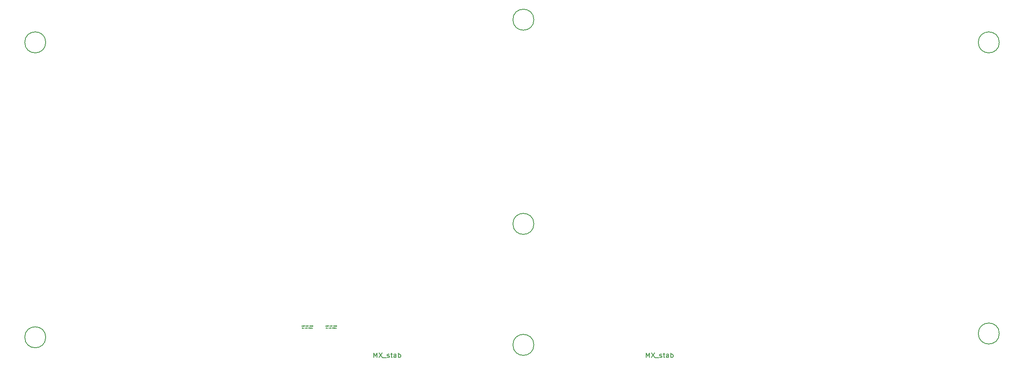
<source format=gbr>
%TF.GenerationSoftware,KiCad,Pcbnew,8.0.3*%
%TF.CreationDate,2024-09-04T21:35:23+02:00*%
%TF.ProjectId,alqaztraz,616c7161-7a74-4726-917a-2e6b69636164,rev?*%
%TF.SameCoordinates,Original*%
%TF.FileFunction,Other,Comment*%
%FSLAX46Y46*%
G04 Gerber Fmt 4.6, Leading zero omitted, Abs format (unit mm)*
G04 Created by KiCad (PCBNEW 8.0.3) date 2024-09-04 21:35:23*
%MOMM*%
%LPD*%
G01*
G04 APERTURE LIST*
%ADD10C,0.150000*%
%ADD11C,0.030000*%
G04 APERTURE END LIST*
D10*
X181364285Y-111389319D02*
X181364285Y-110389319D01*
X181364285Y-110389319D02*
X181697618Y-111103604D01*
X181697618Y-111103604D02*
X182030951Y-110389319D01*
X182030951Y-110389319D02*
X182030951Y-111389319D01*
X182411904Y-110389319D02*
X183078570Y-111389319D01*
X183078570Y-110389319D02*
X182411904Y-111389319D01*
X183221428Y-111484557D02*
X183983332Y-111484557D01*
X184173809Y-111341700D02*
X184269047Y-111389319D01*
X184269047Y-111389319D02*
X184459523Y-111389319D01*
X184459523Y-111389319D02*
X184554761Y-111341700D01*
X184554761Y-111341700D02*
X184602380Y-111246461D01*
X184602380Y-111246461D02*
X184602380Y-111198842D01*
X184602380Y-111198842D02*
X184554761Y-111103604D01*
X184554761Y-111103604D02*
X184459523Y-111055985D01*
X184459523Y-111055985D02*
X184316666Y-111055985D01*
X184316666Y-111055985D02*
X184221428Y-111008366D01*
X184221428Y-111008366D02*
X184173809Y-110913128D01*
X184173809Y-110913128D02*
X184173809Y-110865509D01*
X184173809Y-110865509D02*
X184221428Y-110770271D01*
X184221428Y-110770271D02*
X184316666Y-110722652D01*
X184316666Y-110722652D02*
X184459523Y-110722652D01*
X184459523Y-110722652D02*
X184554761Y-110770271D01*
X184888095Y-110722652D02*
X185269047Y-110722652D01*
X185030952Y-110389319D02*
X185030952Y-111246461D01*
X185030952Y-111246461D02*
X185078571Y-111341700D01*
X185078571Y-111341700D02*
X185173809Y-111389319D01*
X185173809Y-111389319D02*
X185269047Y-111389319D01*
X186030952Y-111389319D02*
X186030952Y-110865509D01*
X186030952Y-110865509D02*
X185983333Y-110770271D01*
X185983333Y-110770271D02*
X185888095Y-110722652D01*
X185888095Y-110722652D02*
X185697619Y-110722652D01*
X185697619Y-110722652D02*
X185602381Y-110770271D01*
X186030952Y-111341700D02*
X185935714Y-111389319D01*
X185935714Y-111389319D02*
X185697619Y-111389319D01*
X185697619Y-111389319D02*
X185602381Y-111341700D01*
X185602381Y-111341700D02*
X185554762Y-111246461D01*
X185554762Y-111246461D02*
X185554762Y-111151223D01*
X185554762Y-111151223D02*
X185602381Y-111055985D01*
X185602381Y-111055985D02*
X185697619Y-111008366D01*
X185697619Y-111008366D02*
X185935714Y-111008366D01*
X185935714Y-111008366D02*
X186030952Y-110960747D01*
X186507143Y-111389319D02*
X186507143Y-110389319D01*
X186507143Y-110770271D02*
X186602381Y-110722652D01*
X186602381Y-110722652D02*
X186792857Y-110722652D01*
X186792857Y-110722652D02*
X186888095Y-110770271D01*
X186888095Y-110770271D02*
X186935714Y-110817890D01*
X186935714Y-110817890D02*
X186983333Y-110913128D01*
X186983333Y-110913128D02*
X186983333Y-111198842D01*
X186983333Y-111198842D02*
X186935714Y-111294080D01*
X186935714Y-111294080D02*
X186888095Y-111341700D01*
X186888095Y-111341700D02*
X186792857Y-111389319D01*
X186792857Y-111389319D02*
X186602381Y-111389319D01*
X186602381Y-111389319D02*
X186507143Y-111341700D01*
X124214285Y-111389319D02*
X124214285Y-110389319D01*
X124214285Y-110389319D02*
X124547618Y-111103604D01*
X124547618Y-111103604D02*
X124880951Y-110389319D01*
X124880951Y-110389319D02*
X124880951Y-111389319D01*
X125261904Y-110389319D02*
X125928570Y-111389319D01*
X125928570Y-110389319D02*
X125261904Y-111389319D01*
X126071428Y-111484557D02*
X126833332Y-111484557D01*
X127023809Y-111341700D02*
X127119047Y-111389319D01*
X127119047Y-111389319D02*
X127309523Y-111389319D01*
X127309523Y-111389319D02*
X127404761Y-111341700D01*
X127404761Y-111341700D02*
X127452380Y-111246461D01*
X127452380Y-111246461D02*
X127452380Y-111198842D01*
X127452380Y-111198842D02*
X127404761Y-111103604D01*
X127404761Y-111103604D02*
X127309523Y-111055985D01*
X127309523Y-111055985D02*
X127166666Y-111055985D01*
X127166666Y-111055985D02*
X127071428Y-111008366D01*
X127071428Y-111008366D02*
X127023809Y-110913128D01*
X127023809Y-110913128D02*
X127023809Y-110865509D01*
X127023809Y-110865509D02*
X127071428Y-110770271D01*
X127071428Y-110770271D02*
X127166666Y-110722652D01*
X127166666Y-110722652D02*
X127309523Y-110722652D01*
X127309523Y-110722652D02*
X127404761Y-110770271D01*
X127738095Y-110722652D02*
X128119047Y-110722652D01*
X127880952Y-110389319D02*
X127880952Y-111246461D01*
X127880952Y-111246461D02*
X127928571Y-111341700D01*
X127928571Y-111341700D02*
X128023809Y-111389319D01*
X128023809Y-111389319D02*
X128119047Y-111389319D01*
X128880952Y-111389319D02*
X128880952Y-110865509D01*
X128880952Y-110865509D02*
X128833333Y-110770271D01*
X128833333Y-110770271D02*
X128738095Y-110722652D01*
X128738095Y-110722652D02*
X128547619Y-110722652D01*
X128547619Y-110722652D02*
X128452381Y-110770271D01*
X128880952Y-111341700D02*
X128785714Y-111389319D01*
X128785714Y-111389319D02*
X128547619Y-111389319D01*
X128547619Y-111389319D02*
X128452381Y-111341700D01*
X128452381Y-111341700D02*
X128404762Y-111246461D01*
X128404762Y-111246461D02*
X128404762Y-111151223D01*
X128404762Y-111151223D02*
X128452381Y-111055985D01*
X128452381Y-111055985D02*
X128547619Y-111008366D01*
X128547619Y-111008366D02*
X128785714Y-111008366D01*
X128785714Y-111008366D02*
X128880952Y-110960747D01*
X129357143Y-111389319D02*
X129357143Y-110389319D01*
X129357143Y-110770271D02*
X129452381Y-110722652D01*
X129452381Y-110722652D02*
X129642857Y-110722652D01*
X129642857Y-110722652D02*
X129738095Y-110770271D01*
X129738095Y-110770271D02*
X129785714Y-110817890D01*
X129785714Y-110817890D02*
X129833333Y-110913128D01*
X129833333Y-110913128D02*
X129833333Y-111198842D01*
X129833333Y-111198842D02*
X129785714Y-111294080D01*
X129785714Y-111294080D02*
X129738095Y-111341700D01*
X129738095Y-111341700D02*
X129642857Y-111389319D01*
X129642857Y-111389319D02*
X129452381Y-111389319D01*
X129452381Y-111389319D02*
X129357143Y-111341700D01*
D11*
X108998215Y-104865963D02*
X108998215Y-104665963D01*
X109112500Y-104865963D02*
X109026786Y-104751678D01*
X109112500Y-104665963D02*
X108998215Y-104780249D01*
X109198215Y-104761201D02*
X109264881Y-104761201D01*
X109293453Y-104865963D02*
X109198215Y-104865963D01*
X109198215Y-104865963D02*
X109198215Y-104665963D01*
X109198215Y-104665963D02*
X109293453Y-104665963D01*
X109379167Y-104761201D02*
X109445833Y-104761201D01*
X109474405Y-104865963D02*
X109379167Y-104865963D01*
X109379167Y-104865963D02*
X109379167Y-104665963D01*
X109379167Y-104665963D02*
X109474405Y-104665963D01*
X109560119Y-104865963D02*
X109560119Y-104665963D01*
X109560119Y-104665963D02*
X109636309Y-104665963D01*
X109636309Y-104665963D02*
X109655357Y-104675487D01*
X109655357Y-104675487D02*
X109664880Y-104685011D01*
X109664880Y-104685011D02*
X109674404Y-104704059D01*
X109674404Y-104704059D02*
X109674404Y-104732630D01*
X109674404Y-104732630D02*
X109664880Y-104751678D01*
X109664880Y-104751678D02*
X109655357Y-104761201D01*
X109655357Y-104761201D02*
X109636309Y-104770725D01*
X109636309Y-104770725D02*
X109560119Y-104770725D01*
X109760119Y-104789773D02*
X109912500Y-104789773D01*
X110045833Y-104665963D02*
X110083928Y-104665963D01*
X110083928Y-104665963D02*
X110102976Y-104675487D01*
X110102976Y-104675487D02*
X110122023Y-104694535D01*
X110122023Y-104694535D02*
X110131547Y-104732630D01*
X110131547Y-104732630D02*
X110131547Y-104799297D01*
X110131547Y-104799297D02*
X110122023Y-104837392D01*
X110122023Y-104837392D02*
X110102976Y-104856440D01*
X110102976Y-104856440D02*
X110083928Y-104865963D01*
X110083928Y-104865963D02*
X110045833Y-104865963D01*
X110045833Y-104865963D02*
X110026785Y-104856440D01*
X110026785Y-104856440D02*
X110007738Y-104837392D01*
X110007738Y-104837392D02*
X109998214Y-104799297D01*
X109998214Y-104799297D02*
X109998214Y-104732630D01*
X109998214Y-104732630D02*
X110007738Y-104694535D01*
X110007738Y-104694535D02*
X110026785Y-104675487D01*
X110026785Y-104675487D02*
X110045833Y-104665963D01*
X110217262Y-104665963D02*
X110217262Y-104827868D01*
X110217262Y-104827868D02*
X110226785Y-104846916D01*
X110226785Y-104846916D02*
X110236309Y-104856440D01*
X110236309Y-104856440D02*
X110255357Y-104865963D01*
X110255357Y-104865963D02*
X110293452Y-104865963D01*
X110293452Y-104865963D02*
X110312500Y-104856440D01*
X110312500Y-104856440D02*
X110322023Y-104846916D01*
X110322023Y-104846916D02*
X110331547Y-104827868D01*
X110331547Y-104827868D02*
X110331547Y-104665963D01*
X110398214Y-104665963D02*
X110512500Y-104665963D01*
X110455357Y-104865963D02*
X110455357Y-104665963D01*
X110712500Y-104665963D02*
X110845833Y-104665963D01*
X110845833Y-104665963D02*
X110712500Y-104865963D01*
X110712500Y-104865963D02*
X110845833Y-104865963D01*
X110960119Y-104665963D02*
X110998214Y-104665963D01*
X110998214Y-104665963D02*
X111017262Y-104675487D01*
X111017262Y-104675487D02*
X111036309Y-104694535D01*
X111036309Y-104694535D02*
X111045833Y-104732630D01*
X111045833Y-104732630D02*
X111045833Y-104799297D01*
X111045833Y-104799297D02*
X111036309Y-104837392D01*
X111036309Y-104837392D02*
X111017262Y-104856440D01*
X111017262Y-104856440D02*
X110998214Y-104865963D01*
X110998214Y-104865963D02*
X110960119Y-104865963D01*
X110960119Y-104865963D02*
X110941071Y-104856440D01*
X110941071Y-104856440D02*
X110922024Y-104837392D01*
X110922024Y-104837392D02*
X110912500Y-104799297D01*
X110912500Y-104799297D02*
X110912500Y-104732630D01*
X110912500Y-104732630D02*
X110922024Y-104694535D01*
X110922024Y-104694535D02*
X110941071Y-104675487D01*
X110941071Y-104675487D02*
X110960119Y-104665963D01*
X111131548Y-104865963D02*
X111131548Y-104665963D01*
X111131548Y-104665963D02*
X111245833Y-104865963D01*
X111245833Y-104865963D02*
X111245833Y-104665963D01*
X111341072Y-104761201D02*
X111407738Y-104761201D01*
X111436310Y-104865963D02*
X111341072Y-104865963D01*
X111341072Y-104865963D02*
X111341072Y-104665963D01*
X111341072Y-104665963D02*
X111436310Y-104665963D01*
X114131547Y-105265963D02*
X114131547Y-105065963D01*
X114131547Y-105065963D02*
X114245832Y-105265963D01*
X114245832Y-105265963D02*
X114245832Y-105065963D01*
X114369642Y-105265963D02*
X114350594Y-105256440D01*
X114350594Y-105256440D02*
X114341071Y-105246916D01*
X114341071Y-105246916D02*
X114331547Y-105227868D01*
X114331547Y-105227868D02*
X114331547Y-105170725D01*
X114331547Y-105170725D02*
X114341071Y-105151678D01*
X114341071Y-105151678D02*
X114350594Y-105142154D01*
X114350594Y-105142154D02*
X114369642Y-105132630D01*
X114369642Y-105132630D02*
X114398213Y-105132630D01*
X114398213Y-105132630D02*
X114417261Y-105142154D01*
X114417261Y-105142154D02*
X114426785Y-105151678D01*
X114426785Y-105151678D02*
X114436309Y-105170725D01*
X114436309Y-105170725D02*
X114436309Y-105227868D01*
X114436309Y-105227868D02*
X114426785Y-105246916D01*
X114426785Y-105246916D02*
X114417261Y-105256440D01*
X114417261Y-105256440D02*
X114398213Y-105265963D01*
X114398213Y-105265963D02*
X114369642Y-105265963D01*
X114741070Y-105161201D02*
X114674404Y-105161201D01*
X114674404Y-105265963D02*
X114674404Y-105065963D01*
X114674404Y-105065963D02*
X114769642Y-105065963D01*
X114845833Y-105246916D02*
X114855356Y-105256440D01*
X114855356Y-105256440D02*
X114845833Y-105265963D01*
X114845833Y-105265963D02*
X114836309Y-105256440D01*
X114836309Y-105256440D02*
X114845833Y-105246916D01*
X114845833Y-105246916D02*
X114845833Y-105265963D01*
X115055356Y-105246916D02*
X115045832Y-105256440D01*
X115045832Y-105256440D02*
X115017261Y-105265963D01*
X115017261Y-105265963D02*
X114998213Y-105265963D01*
X114998213Y-105265963D02*
X114969642Y-105256440D01*
X114969642Y-105256440D02*
X114950594Y-105237392D01*
X114950594Y-105237392D02*
X114941071Y-105218344D01*
X114941071Y-105218344D02*
X114931547Y-105180249D01*
X114931547Y-105180249D02*
X114931547Y-105151678D01*
X114931547Y-105151678D02*
X114941071Y-105113582D01*
X114941071Y-105113582D02*
X114950594Y-105094535D01*
X114950594Y-105094535D02*
X114969642Y-105075487D01*
X114969642Y-105075487D02*
X114998213Y-105065963D01*
X114998213Y-105065963D02*
X115017261Y-105065963D01*
X115017261Y-105065963D02*
X115045832Y-105075487D01*
X115045832Y-105075487D02*
X115055356Y-105085011D01*
X115226785Y-105132630D02*
X115226785Y-105265963D01*
X115141071Y-105132630D02*
X115141071Y-105237392D01*
X115141071Y-105237392D02*
X115150594Y-105256440D01*
X115150594Y-105256440D02*
X115169642Y-105265963D01*
X115169642Y-105265963D02*
X115198213Y-105265963D01*
X115198213Y-105265963D02*
X115217261Y-105256440D01*
X115217261Y-105256440D02*
X115226785Y-105246916D01*
X115445832Y-105132630D02*
X115522023Y-105132630D01*
X115474404Y-105065963D02*
X115474404Y-105237392D01*
X115474404Y-105237392D02*
X115483927Y-105256440D01*
X115483927Y-105256440D02*
X115502975Y-105265963D01*
X115502975Y-105265963D02*
X115522023Y-105265963D01*
X115588690Y-105265963D02*
X115588690Y-105132630D01*
X115588690Y-105170725D02*
X115598213Y-105151678D01*
X115598213Y-105151678D02*
X115607737Y-105142154D01*
X115607737Y-105142154D02*
X115626785Y-105132630D01*
X115626785Y-105132630D02*
X115645832Y-105132630D01*
X115798214Y-105265963D02*
X115798214Y-105161201D01*
X115798214Y-105161201D02*
X115788690Y-105142154D01*
X115788690Y-105142154D02*
X115769642Y-105132630D01*
X115769642Y-105132630D02*
X115731547Y-105132630D01*
X115731547Y-105132630D02*
X115712500Y-105142154D01*
X115798214Y-105256440D02*
X115779166Y-105265963D01*
X115779166Y-105265963D02*
X115731547Y-105265963D01*
X115731547Y-105265963D02*
X115712500Y-105256440D01*
X115712500Y-105256440D02*
X115702976Y-105237392D01*
X115702976Y-105237392D02*
X115702976Y-105218344D01*
X115702976Y-105218344D02*
X115712500Y-105199297D01*
X115712500Y-105199297D02*
X115731547Y-105189773D01*
X115731547Y-105189773D02*
X115779166Y-105189773D01*
X115779166Y-105189773D02*
X115798214Y-105180249D01*
X115979166Y-105256440D02*
X115960118Y-105265963D01*
X115960118Y-105265963D02*
X115922023Y-105265963D01*
X115922023Y-105265963D02*
X115902975Y-105256440D01*
X115902975Y-105256440D02*
X115893452Y-105246916D01*
X115893452Y-105246916D02*
X115883928Y-105227868D01*
X115883928Y-105227868D02*
X115883928Y-105170725D01*
X115883928Y-105170725D02*
X115893452Y-105151678D01*
X115893452Y-105151678D02*
X115902975Y-105142154D01*
X115902975Y-105142154D02*
X115922023Y-105132630D01*
X115922023Y-105132630D02*
X115960118Y-105132630D01*
X115960118Y-105132630D02*
X115979166Y-105142154D01*
X116064881Y-105265963D02*
X116064881Y-105065963D01*
X116083928Y-105189773D02*
X116141071Y-105265963D01*
X116141071Y-105132630D02*
X116064881Y-105208820D01*
X116217262Y-105256440D02*
X116236309Y-105265963D01*
X116236309Y-105265963D02*
X116274405Y-105265963D01*
X116274405Y-105265963D02*
X116293452Y-105256440D01*
X116293452Y-105256440D02*
X116302976Y-105237392D01*
X116302976Y-105237392D02*
X116302976Y-105227868D01*
X116302976Y-105227868D02*
X116293452Y-105208820D01*
X116293452Y-105208820D02*
X116274405Y-105199297D01*
X116274405Y-105199297D02*
X116245833Y-105199297D01*
X116245833Y-105199297D02*
X116226786Y-105189773D01*
X116226786Y-105189773D02*
X116217262Y-105170725D01*
X116217262Y-105170725D02*
X116217262Y-105161201D01*
X116217262Y-105161201D02*
X116226786Y-105142154D01*
X116226786Y-105142154D02*
X116245833Y-105132630D01*
X116245833Y-105132630D02*
X116274405Y-105132630D01*
X116274405Y-105132630D02*
X116293452Y-105142154D01*
X113998215Y-104865963D02*
X113998215Y-104665963D01*
X114112500Y-104865963D02*
X114026786Y-104751678D01*
X114112500Y-104665963D02*
X113998215Y-104780249D01*
X114198215Y-104761201D02*
X114264881Y-104761201D01*
X114293453Y-104865963D02*
X114198215Y-104865963D01*
X114198215Y-104865963D02*
X114198215Y-104665963D01*
X114198215Y-104665963D02*
X114293453Y-104665963D01*
X114379167Y-104761201D02*
X114445833Y-104761201D01*
X114474405Y-104865963D02*
X114379167Y-104865963D01*
X114379167Y-104865963D02*
X114379167Y-104665963D01*
X114379167Y-104665963D02*
X114474405Y-104665963D01*
X114560119Y-104865963D02*
X114560119Y-104665963D01*
X114560119Y-104665963D02*
X114636309Y-104665963D01*
X114636309Y-104665963D02*
X114655357Y-104675487D01*
X114655357Y-104675487D02*
X114664880Y-104685011D01*
X114664880Y-104685011D02*
X114674404Y-104704059D01*
X114674404Y-104704059D02*
X114674404Y-104732630D01*
X114674404Y-104732630D02*
X114664880Y-104751678D01*
X114664880Y-104751678D02*
X114655357Y-104761201D01*
X114655357Y-104761201D02*
X114636309Y-104770725D01*
X114636309Y-104770725D02*
X114560119Y-104770725D01*
X114760119Y-104789773D02*
X114912500Y-104789773D01*
X115045833Y-104665963D02*
X115083928Y-104665963D01*
X115083928Y-104665963D02*
X115102976Y-104675487D01*
X115102976Y-104675487D02*
X115122023Y-104694535D01*
X115122023Y-104694535D02*
X115131547Y-104732630D01*
X115131547Y-104732630D02*
X115131547Y-104799297D01*
X115131547Y-104799297D02*
X115122023Y-104837392D01*
X115122023Y-104837392D02*
X115102976Y-104856440D01*
X115102976Y-104856440D02*
X115083928Y-104865963D01*
X115083928Y-104865963D02*
X115045833Y-104865963D01*
X115045833Y-104865963D02*
X115026785Y-104856440D01*
X115026785Y-104856440D02*
X115007738Y-104837392D01*
X115007738Y-104837392D02*
X114998214Y-104799297D01*
X114998214Y-104799297D02*
X114998214Y-104732630D01*
X114998214Y-104732630D02*
X115007738Y-104694535D01*
X115007738Y-104694535D02*
X115026785Y-104675487D01*
X115026785Y-104675487D02*
X115045833Y-104665963D01*
X115217262Y-104665963D02*
X115217262Y-104827868D01*
X115217262Y-104827868D02*
X115226785Y-104846916D01*
X115226785Y-104846916D02*
X115236309Y-104856440D01*
X115236309Y-104856440D02*
X115255357Y-104865963D01*
X115255357Y-104865963D02*
X115293452Y-104865963D01*
X115293452Y-104865963D02*
X115312500Y-104856440D01*
X115312500Y-104856440D02*
X115322023Y-104846916D01*
X115322023Y-104846916D02*
X115331547Y-104827868D01*
X115331547Y-104827868D02*
X115331547Y-104665963D01*
X115398214Y-104665963D02*
X115512500Y-104665963D01*
X115455357Y-104865963D02*
X115455357Y-104665963D01*
X115712500Y-104665963D02*
X115845833Y-104665963D01*
X115845833Y-104665963D02*
X115712500Y-104865963D01*
X115712500Y-104865963D02*
X115845833Y-104865963D01*
X115960119Y-104665963D02*
X115998214Y-104665963D01*
X115998214Y-104665963D02*
X116017262Y-104675487D01*
X116017262Y-104675487D02*
X116036309Y-104694535D01*
X116036309Y-104694535D02*
X116045833Y-104732630D01*
X116045833Y-104732630D02*
X116045833Y-104799297D01*
X116045833Y-104799297D02*
X116036309Y-104837392D01*
X116036309Y-104837392D02*
X116017262Y-104856440D01*
X116017262Y-104856440D02*
X115998214Y-104865963D01*
X115998214Y-104865963D02*
X115960119Y-104865963D01*
X115960119Y-104865963D02*
X115941071Y-104856440D01*
X115941071Y-104856440D02*
X115922024Y-104837392D01*
X115922024Y-104837392D02*
X115912500Y-104799297D01*
X115912500Y-104799297D02*
X115912500Y-104732630D01*
X115912500Y-104732630D02*
X115922024Y-104694535D01*
X115922024Y-104694535D02*
X115941071Y-104675487D01*
X115941071Y-104675487D02*
X115960119Y-104665963D01*
X116131548Y-104865963D02*
X116131548Y-104665963D01*
X116131548Y-104665963D02*
X116245833Y-104865963D01*
X116245833Y-104865963D02*
X116245833Y-104665963D01*
X116341072Y-104761201D02*
X116407738Y-104761201D01*
X116436310Y-104865963D02*
X116341072Y-104865963D01*
X116341072Y-104865963D02*
X116341072Y-104665963D01*
X116341072Y-104665963D02*
X116436310Y-104665963D01*
X109131547Y-105265963D02*
X109131547Y-105065963D01*
X109131547Y-105065963D02*
X109245832Y-105265963D01*
X109245832Y-105265963D02*
X109245832Y-105065963D01*
X109369642Y-105265963D02*
X109350594Y-105256440D01*
X109350594Y-105256440D02*
X109341071Y-105246916D01*
X109341071Y-105246916D02*
X109331547Y-105227868D01*
X109331547Y-105227868D02*
X109331547Y-105170725D01*
X109331547Y-105170725D02*
X109341071Y-105151678D01*
X109341071Y-105151678D02*
X109350594Y-105142154D01*
X109350594Y-105142154D02*
X109369642Y-105132630D01*
X109369642Y-105132630D02*
X109398213Y-105132630D01*
X109398213Y-105132630D02*
X109417261Y-105142154D01*
X109417261Y-105142154D02*
X109426785Y-105151678D01*
X109426785Y-105151678D02*
X109436309Y-105170725D01*
X109436309Y-105170725D02*
X109436309Y-105227868D01*
X109436309Y-105227868D02*
X109426785Y-105246916D01*
X109426785Y-105246916D02*
X109417261Y-105256440D01*
X109417261Y-105256440D02*
X109398213Y-105265963D01*
X109398213Y-105265963D02*
X109369642Y-105265963D01*
X109741070Y-105161201D02*
X109674404Y-105161201D01*
X109674404Y-105265963D02*
X109674404Y-105065963D01*
X109674404Y-105065963D02*
X109769642Y-105065963D01*
X109845833Y-105246916D02*
X109855356Y-105256440D01*
X109855356Y-105256440D02*
X109845833Y-105265963D01*
X109845833Y-105265963D02*
X109836309Y-105256440D01*
X109836309Y-105256440D02*
X109845833Y-105246916D01*
X109845833Y-105246916D02*
X109845833Y-105265963D01*
X110055356Y-105246916D02*
X110045832Y-105256440D01*
X110045832Y-105256440D02*
X110017261Y-105265963D01*
X110017261Y-105265963D02*
X109998213Y-105265963D01*
X109998213Y-105265963D02*
X109969642Y-105256440D01*
X109969642Y-105256440D02*
X109950594Y-105237392D01*
X109950594Y-105237392D02*
X109941071Y-105218344D01*
X109941071Y-105218344D02*
X109931547Y-105180249D01*
X109931547Y-105180249D02*
X109931547Y-105151678D01*
X109931547Y-105151678D02*
X109941071Y-105113582D01*
X109941071Y-105113582D02*
X109950594Y-105094535D01*
X109950594Y-105094535D02*
X109969642Y-105075487D01*
X109969642Y-105075487D02*
X109998213Y-105065963D01*
X109998213Y-105065963D02*
X110017261Y-105065963D01*
X110017261Y-105065963D02*
X110045832Y-105075487D01*
X110045832Y-105075487D02*
X110055356Y-105085011D01*
X110226785Y-105132630D02*
X110226785Y-105265963D01*
X110141071Y-105132630D02*
X110141071Y-105237392D01*
X110141071Y-105237392D02*
X110150594Y-105256440D01*
X110150594Y-105256440D02*
X110169642Y-105265963D01*
X110169642Y-105265963D02*
X110198213Y-105265963D01*
X110198213Y-105265963D02*
X110217261Y-105256440D01*
X110217261Y-105256440D02*
X110226785Y-105246916D01*
X110445832Y-105132630D02*
X110522023Y-105132630D01*
X110474404Y-105065963D02*
X110474404Y-105237392D01*
X110474404Y-105237392D02*
X110483927Y-105256440D01*
X110483927Y-105256440D02*
X110502975Y-105265963D01*
X110502975Y-105265963D02*
X110522023Y-105265963D01*
X110588690Y-105265963D02*
X110588690Y-105132630D01*
X110588690Y-105170725D02*
X110598213Y-105151678D01*
X110598213Y-105151678D02*
X110607737Y-105142154D01*
X110607737Y-105142154D02*
X110626785Y-105132630D01*
X110626785Y-105132630D02*
X110645832Y-105132630D01*
X110798214Y-105265963D02*
X110798214Y-105161201D01*
X110798214Y-105161201D02*
X110788690Y-105142154D01*
X110788690Y-105142154D02*
X110769642Y-105132630D01*
X110769642Y-105132630D02*
X110731547Y-105132630D01*
X110731547Y-105132630D02*
X110712500Y-105142154D01*
X110798214Y-105256440D02*
X110779166Y-105265963D01*
X110779166Y-105265963D02*
X110731547Y-105265963D01*
X110731547Y-105265963D02*
X110712500Y-105256440D01*
X110712500Y-105256440D02*
X110702976Y-105237392D01*
X110702976Y-105237392D02*
X110702976Y-105218344D01*
X110702976Y-105218344D02*
X110712500Y-105199297D01*
X110712500Y-105199297D02*
X110731547Y-105189773D01*
X110731547Y-105189773D02*
X110779166Y-105189773D01*
X110779166Y-105189773D02*
X110798214Y-105180249D01*
X110979166Y-105256440D02*
X110960118Y-105265963D01*
X110960118Y-105265963D02*
X110922023Y-105265963D01*
X110922023Y-105265963D02*
X110902975Y-105256440D01*
X110902975Y-105256440D02*
X110893452Y-105246916D01*
X110893452Y-105246916D02*
X110883928Y-105227868D01*
X110883928Y-105227868D02*
X110883928Y-105170725D01*
X110883928Y-105170725D02*
X110893452Y-105151678D01*
X110893452Y-105151678D02*
X110902975Y-105142154D01*
X110902975Y-105142154D02*
X110922023Y-105132630D01*
X110922023Y-105132630D02*
X110960118Y-105132630D01*
X110960118Y-105132630D02*
X110979166Y-105142154D01*
X111064881Y-105265963D02*
X111064881Y-105065963D01*
X111083928Y-105189773D02*
X111141071Y-105265963D01*
X111141071Y-105132630D02*
X111064881Y-105208820D01*
X111217262Y-105256440D02*
X111236309Y-105265963D01*
X111236309Y-105265963D02*
X111274405Y-105265963D01*
X111274405Y-105265963D02*
X111293452Y-105256440D01*
X111293452Y-105256440D02*
X111302976Y-105237392D01*
X111302976Y-105237392D02*
X111302976Y-105227868D01*
X111302976Y-105227868D02*
X111293452Y-105208820D01*
X111293452Y-105208820D02*
X111274405Y-105199297D01*
X111274405Y-105199297D02*
X111245833Y-105199297D01*
X111245833Y-105199297D02*
X111226786Y-105189773D01*
X111226786Y-105189773D02*
X111217262Y-105170725D01*
X111217262Y-105170725D02*
X111217262Y-105161201D01*
X111217262Y-105161201D02*
X111226786Y-105142154D01*
X111226786Y-105142154D02*
X111245833Y-105132630D01*
X111245833Y-105132630D02*
X111274405Y-105132630D01*
X111274405Y-105132630D02*
X111293452Y-105142154D01*
D10*
%TO.C,H2*%
X255406250Y-45243750D02*
G75*
G02*
X251006250Y-45243750I-2200000J0D01*
G01*
X251006250Y-45243750D02*
G75*
G02*
X255406250Y-45243750I2200000J0D01*
G01*
%TO.C,H3*%
X55381250Y-107156250D02*
G75*
G02*
X50981250Y-107156250I-2200000J0D01*
G01*
X50981250Y-107156250D02*
G75*
G02*
X55381250Y-107156250I2200000J0D01*
G01*
%TO.C,H5*%
X157775000Y-83343750D02*
G75*
G02*
X153375000Y-83343750I-2200000J0D01*
G01*
X153375000Y-83343750D02*
G75*
G02*
X157775000Y-83343750I2200000J0D01*
G01*
%TO.C,H1*%
X55381250Y-45243750D02*
G75*
G02*
X50981250Y-45243750I-2200000J0D01*
G01*
X50981250Y-45243750D02*
G75*
G02*
X55381250Y-45243750I2200000J0D01*
G01*
%TO.C,H7*%
X157775000Y-108743750D02*
G75*
G02*
X153375000Y-108743750I-2200000J0D01*
G01*
X153375000Y-108743750D02*
G75*
G02*
X157775000Y-108743750I2200000J0D01*
G01*
%TO.C,H4*%
X255406250Y-106362500D02*
G75*
G02*
X251006250Y-106362500I-2200000J0D01*
G01*
X251006250Y-106362500D02*
G75*
G02*
X255406250Y-106362500I2200000J0D01*
G01*
%TO.C,H6*%
X157775000Y-40481250D02*
G75*
G02*
X153375000Y-40481250I-2200000J0D01*
G01*
X153375000Y-40481250D02*
G75*
G02*
X157775000Y-40481250I2200000J0D01*
G01*
%TD*%
M02*

</source>
